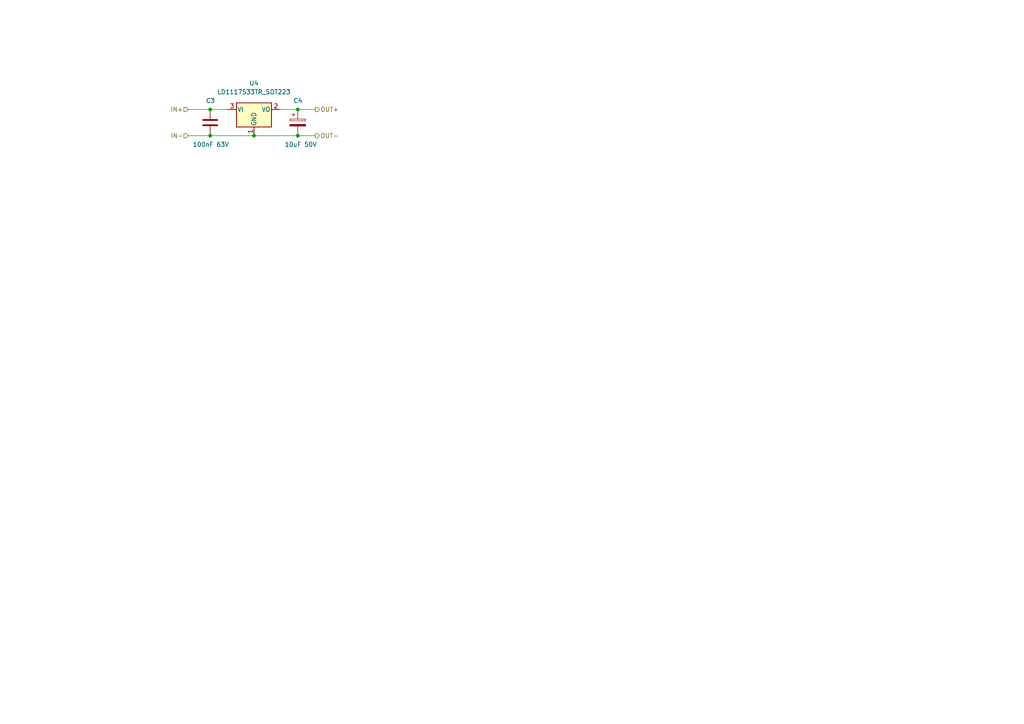
<source format=kicad_sch>
(kicad_sch (version 20210621) (generator eeschema)
  (paper "A4")
  (lib_symbols
    (symbol "Device:C" (pin_numbers hide) (pin_names (offset 0.254))
      (property "Reference" "C" (at 0.635 2.54 0))
      (property "Value" "C" (at 0.635 -2.54 0))
      (symbol "C_0_1"
        (polyline (pts (xy -2.032 -0.762) (xy 2.032 -0.762)) (stroke (width 0.508)))
        (polyline (pts (xy -2.032 0.762) (xy 2.032 0.762)) (stroke (width 0.508)))
      )
      (symbol "C_1_1"
        (pin passive line (at 0 3.81 270) (length 2.794) (name "~") (number "1"))
        (pin passive line (at 0 -3.81 90) (length 2.794) (name "~") (number "2"))
      )
    )
    (symbol "Device:C_Polarized" (pin_numbers hide) (pin_names (offset 0.254))
      (property "Reference" "C" (at 0.635 2.54 0))
      (property "Value" "C_Polarized" (at 0.635 -2.54 0))
      (symbol "C_Polarized_0_1"
        (rectangle (start -2.286 0.508) (end 2.286 1.016))
        (rectangle (start 2.286 -0.508) (end -2.286 -1.016) (fill (type outline)))
        (polyline (pts (xy -1.778 2.286) (xy -0.762 2.286)))
        (polyline (pts (xy -1.27 2.794) (xy -1.27 1.778)))
      )
      (symbol "C_Polarized_1_1"
        (pin passive line (at 0 3.81 270) (length 2.794) (name "~") (number "1"))
        (pin passive line (at 0 -3.81 90) (length 2.794) (name "~") (number "2"))
      )
    )
    (symbol "Regulator_Linear:LD1117S33TR_SOT223" (pin_names (offset 0.254))
      (property "Reference" "U" (at -3.81 3.175 0))
      (property "Value" "LD1117S33TR_SOT223" (at 0 3.175 0))
      (symbol "LD1117S33TR_SOT223_0_1"
        (rectangle (start -5.08 -5.08) (end 5.08 1.905) (stroke (width 0.254)) (fill (type background)))
      )
      (symbol "LD1117S33TR_SOT223_1_1"
        (pin power_in line (at 0 -7.62 90) (length 2.54) (name "GND") (number "1"))
        (pin power_out line (at 7.62 0 180) (length 2.54) (name "VO") (number "2"))
        (pin power_in line (at -7.62 0 0) (length 2.54) (name "VI") (number "3"))
      )
    )
  )
  (junction (at 60.96 31.75) (diameter 0.9144))
  (junction (at 60.96 39.37) (diameter 0.9144))
  (junction (at 73.66 39.37) (diameter 0.9144))
  (junction (at 86.36 31.75) (diameter 0.9144))
  (junction (at 86.36 39.37) (diameter 0.9144))
  (wire (pts (xy 60.96 31.75) (xy 54.61 31.75)))
  (wire (pts (xy 60.96 31.75) (xy 66.04 31.75)))
  (wire (pts (xy 60.96 39.37) (xy 54.61 39.37)))
  (wire (pts (xy 60.96 39.37) (xy 73.66 39.37)))
  (wire (pts (xy 73.66 39.37) (xy 86.36 39.37)))
  (wire (pts (xy 81.28 31.75) (xy 86.36 31.75)))
  (wire (pts (xy 86.36 31.75) (xy 91.44 31.75)))
  (wire (pts (xy 86.36 39.37) (xy 91.44 39.37)))
  (hierarchical_label "IN+" (shape input) (at 54.61 31.75 180))
  (hierarchical_label "IN-" (shape input) (at 54.61 39.37 180))
  (hierarchical_label "OUT+" (shape output) (at 91.44 31.75 0))
  (hierarchical_label "OUT-" (shape output) (at 91.44 39.37 0))
  (symbol (lib_id "Device:C") (at 60.96 35.56 0) (unit 1)
    (property "Reference" "C3" (at 59.69 29.2099 0) (effects (justify left)))
    (property "Value" "100nF 63V" (at 55.88 41.9099 0) (effects (justify left)))
    (property "Footprint" "Capacitor_THT:C_Rect_L7.0mm_W2.0mm_P5.00mm" (effects hide))
  )
  (symbol (lib_id "Device:C_Polarized") (at 86.36 35.56 0) (unit 1)
    (property "Reference" "C4" (at 85.09 29.21 0) (effects (justify left)))
    (property "Value" "10uF 50V" (at 82.55 41.91 0) (effects (justify left)))
    (property "Footprint" "Capacitor_THT:CP_Radial_D5.0mm_P2.50mm" (effects hide))
  )
  (symbol (lib_id "Regulator_Linear:LD1117S33TR_SOT223") (at 73.66 31.75 0) (unit 1)
    (property "Reference" "U4" (at 73.66 24.13 0))
    (property "Value" "LD1117S33TR_SOT223" (at 73.66 26.67 0))
    (property "Footprint" "Package_TO_SOT_THT:TO-220-3_Vertical" (effects hide))
    (property "Datasheet" "http://www.st.com/st-web-ui/static/active/en/resource/technical/document/datasheet/CD00000544.pdf" (effects hide))
  )
)
</source>
